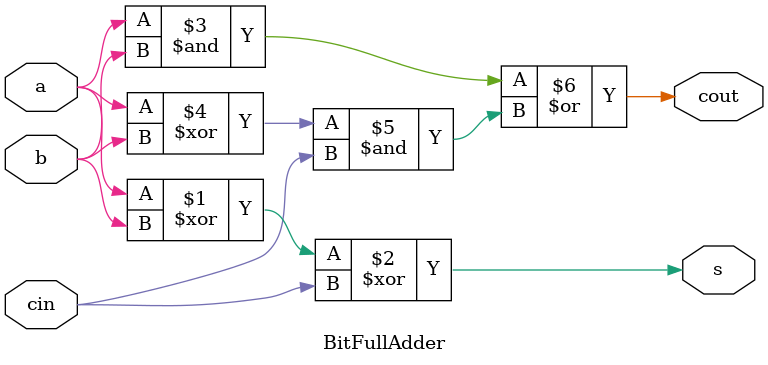
<source format=sv>
`timescale 1ns / 1ps


module BitFullAdder(input a, input b,input cin, output s,output cout);
    
    assign s = a ^ b ^ cin;
    assign cout = (a&b) | (a ^ b) & cin;

endmodule

</source>
